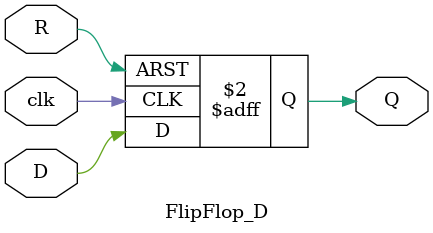
<source format=v>
`timescale 1ns / 1ps

module FlipFlop_D(D,Q,R,clk);
	
	input D;
	input R;
	input clk;
	output reg Q;
	
	always@(posedge clk or posedge R)
		if(R)
			Q=0;
		else
			Q=D;
	
endmodule

</source>
